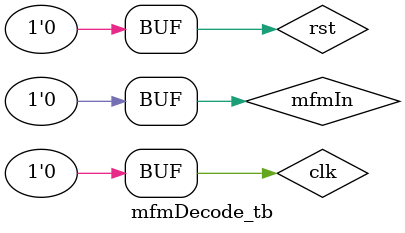
<source format=v>
module mfmDecode_tb;
	// Inputs
	reg clk;
	reg rst;
	reg mfmIn;
	wire mfmEdge;
	// Outputs
	wire currentRealBit;
	wire currentRealBitValid;
	wire mfmSynced;
	//Edge detector is required for this test
	inputSync is (
	   .clk(clk),
		.rst(rst),
		.async_in(mfmIn),
		.sync_out(mfmSynced)
	);
	edgeDetect edgey (
		.clk(clk),
		.rst(rst),
		.data(mfmSynced),
		.strobe(mfmEdge)
	);
	// Instantiate the Unit Under Test (UUT)
	mfmDecode uut (
		.clk(clk),
		.rst(rst),
		.mfmIn(mfmSynced),
		.mfmEdge(mfmEdge),
		.currentRealBit(currentRealBit),
		.currentRealBitValid(currentRealBitValid)
	);
	initial begin
		// Initialize Inputs
		clk = 0;
		mfmIn = 0;
		// Wait 100 ns for global reset to finish
		#100;
		rst = 1;
		toggle_clk;
		rst = 0;
		mfmIn = 0;
		toggle_clk;
		repeat (46) begin
		mfmIn=1;
		toggle_clk;
		mfmIn=0;
		toggle_clk;
		end
		mfmIn=1;
		toggle_clk;
		mfmIn=0;
		toggle_clk;
		mfmIn=0;
		toggle_clk;
		mfmIn=1;
		toggle_clk;
		mfmIn=0;
		toggle_clk;
		mfmIn=0;
		toggle_clk;
		mfmIn=0;
		toggle_clk;
		//INTENTIONAL ERROR!!!
		//mfmIn=1;
		//toggle_clk;
		mfmIn=1;
		toggle_clk;
		mfmIn=0;
		toggle_clk;
		mfmIn=0;
		toggle_clk;
		mfmIn=1;
		toggle_clk;
		mfmIn=0;
		toggle_clk;
		mfmIn=0;
		toggle_clk;
		mfmIn=1;
		toggle_clk;
		mfmIn=0;
		toggle_clk;
		mfmIn=0;
		toggle_clk;
		mfmIn=0;
		toggle_clk;
		mfmIn=1;
		toggle_clk;
		mfmIn=0;
		toggle_clk;
		mfmIn=0;
		toggle_clk;
		mfmIn=1;
		toggle_clk;
		mfmIn=0;
		toggle_clk;
		mfmIn=1;
		toggle_clk;
		mfmIn=0;
		toggle_clk;
		// Add stimulus here
	end
	task toggle_clk;
	begin
		#10 clk = ~clk;
      #10 clk = ~clk;
      #10 clk = ~clk;
      #10 clk = ~clk;
      #10 clk = ~clk;
      #10 clk = ~clk;
      #10 clk = ~clk;
      #10 clk = ~clk;
      #10 clk = ~clk;
      #10 clk = ~clk;
      #10 clk = ~clk;
      #10 clk = ~clk;
      #10 clk = ~clk;
      #10 clk = ~clk;
      #10 clk = ~clk;
      #10 clk = ~clk;
    end
	 endtask
endmodule
</source>
